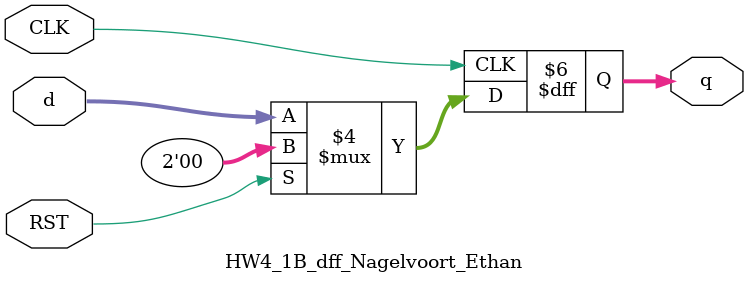
<source format=v>
`timescale 1ns / 1ps
module HW4_1B_dff_Nagelvoort_Ethan #(parameter WL = 2)
 (input CLK, RST,
 input [WL - 1 : 0] d,
 output reg [WL - 1 : 0] q);
 always @(posedge CLK) begin
 if(RST==1'b1)begin
  q <= 0; end
 else begin
 q <= d; end
 end
endmodule
</source>
